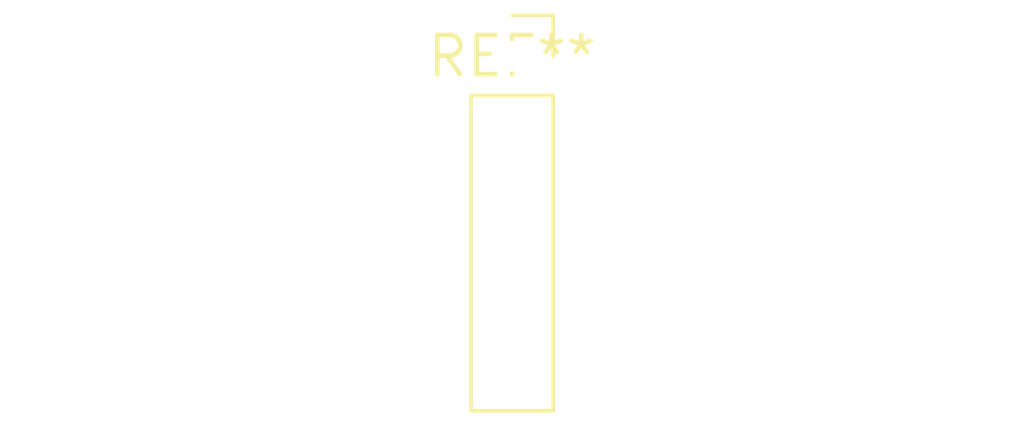
<source format=kicad_pcb>
(kicad_pcb (version 20240108) (generator pcbnew)
  (layers (0 "F.Cu" signal) (31 "B.Cu" signal) (34 "B.Paste" user) (35 "F.Paste" user) (36 "B.SilkS" user "B.Silkscreen") (37 "F.SilkS" user "F.Silkscreen") (38 "B.Mask" user) (39 "F.Mask" user) (44 "Edge.Cuts" user))
  (net 0 "")
  (footprint "PinSocket_1x05_P2.54mm_Vertical" (layer "F.Cu") (at 0 0)
    (property "Reference" "REF**")
    (property "Value" "PinSocket_1x05_P2.54mm_Vertical")
    (fp_line (start -1.33 1.27) (end -1.33 11.49) (layer "F.SilkS") (stroke (width 0.12)))
    (fp_line (start -1.33 1.27) (end 1.33 1.27) (layer "F.SilkS") (stroke (width 0.12)))
    (fp_line (start -1.33 11.49) (end 1.33 11.49) (layer "F.SilkS") (stroke (width 0.12)))
    (fp_line (start 0 -1.33) (end 1.33 -1.33) (layer "F.SilkS") (stroke (width 0.12)))
    (fp_line (start 1.33 -1.33) (end 1.33 0) (layer "F.SilkS") (stroke (width 0.12)))
    (fp_line (start 1.33 1.27) (end 1.33 11.49) (layer "F.SilkS") (stroke (width 0.12)))
    (pad "1" thru_hole rect (at 0 0) (size 1.7 1.7) (drill 1) (layers *.Cu *.Mask) (remove_unused_layers))
    (pad "2" thru_hole oval (at 0 2.54) (size 1.7 1.7) (drill 1) (layers *.Cu *.Mask) (remove_unused_layers))
    (pad "3" thru_hole oval (at 0 5.08) (size 1.7 1.7) (drill 1) (layers *.Cu *.Mask) (remove_unused_layers))
    (pad "4" thru_hole oval (at 0 7.62) (size 1.7 1.7) (drill 1) (layers *.Cu *.Mask) (remove_unused_layers))
    (pad "5" thru_hole oval (at 0 10.16) (size 1.7 1.7) (drill 1) (layers *.Cu *.Mask) (remove_unused_layers))
  )
)
</source>
